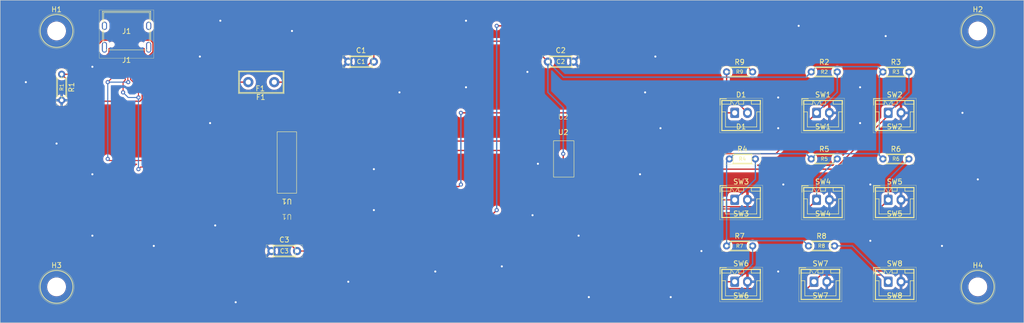
<source format=kicad_pcb>
(kicad_pcb (version 20221018) (generator pcbnew)
  (layers (0 "F.Cu" signal) (31 "B.Cu" signal) (34 "B.Paste" user) (35 "F.Paste" user) (36 "B.SilkS" user "B.Silkscreen") (37 "F.SilkS" user "F.Silkscreen") (38 "B.Mask" user) (39 "F.Mask" user) (44 "Edge.Cuts" user))
  (net 0 "")
  (net 1 "GNDREF")
  (net 2 "Net-(U1-VCC)")
  (net 3 "Net-(U1-V33)")
  (net 4 "Net-(D1-K)")
  (net 5 "Net-(D1-A)")
  (net 6 "Net-(J1-VBUS-PadA4)")
  (net 7 "Net-(J1-CC1)")
  (net 8 "D+")
  (net 9 "D-")
  (net 12 "Net-(U2-PC7)")
  (net 13 "Net-(U2-PC6)")
  (net 14 "Net-(U2-PC5)")
  (net 15 "Net-(U2-PC4)")
  (net 16 "Net-(U2-PC3)")
  (net 17 "Net-(U2-PC2)")
  (net 18 "Net-(U2-PC1)")
  (net 23 "Net-(U1-TXD)")
  (net 24 "Net-(U1-RXD)")
  (footprint "Connector_JST:JST_XH_B2B-XH-A_1x02_P2.50mm_Vertical" (layer "F.Cu") (at 197.5 125)
    (fp_text reference "SW6" (at 1.25 -3.55) (layer "F.SilkS"))
    (fp_text value "ESC_KEY")
    (fp_text user "${REFERENCE}" (at 1.25 2.7) (layer "F.SilkS"))
    (pad "1" thru_hole roundrect (at 0 0) (size 1.7 2) (drill 1) (layers "*.Cu" "*.Mask") (roundrect_rratio 0.1470588235) (net 17 "Net-(U2-PC2)"))
    (pad "2" thru_hole oval (at 2.5 0) (size 1.7 2) (drill 1) (layers "*.Cu" "*.Mask") (net 1 "GNDREF"))
  )
  (footprint "Connector_JST:JST_XH_B2B-XH-A_1x02_P2.50mm_Vertical" (layer "F.Cu") (at 213.5 109)
    (fp_text reference "SW4" (at 1.25 -3.55) (layer "F.SilkS"))
    (fp_text value "RIGHT_ARROW")
    (fp_text user "${REFERENCE}" (at 1.25 2.7) (layer "F.SilkS"))
    (pad "1" thru_hole roundrect (at 0 0) (size 1.7 2) (drill 1) (layers "*.Cu" "*.Mask") (roundrect_rratio 0.1470588235) (net 15 "Net-(U2-PC4)"))
    (pad "2" thru_hole oval (at 2.5 0) (size 1.7 2) (drill 1) (layers "*.Cu" "*.Mask") (net 1 "GNDREF"))
  )
  (footprint "Resistor_THT:R_Axial_DIN0204_L3.6mm_D1.6mm_P5.08mm_Horizontal" (layer "F.Cu") (at 226.46 101)
    (fp_text reference "R6" (at 2.54 -1.92) (layer "F.SilkS"))
    (fp_text value "10k")
    (fp_text user "${REFERENCE}" (at 2.54 0) (layer "F.SilkS") (effects (font (size 0.72 0.72) (thickness 0.108))))
    (pad "1" thru_hole circle (at 0 0) (size 1.4 1.4) (drill 0.7) (layers "*.Cu" "*.Mask") (net 2 "Net-(U1-VCC)"))
    (pad "2" thru_hole oval (at 5.08 0) (size 1.4 1.4) (drill 0.7) (layers "*.Cu" "*.Mask") (net 16 "Net-(U2-PC3)"))
  )
  (footprint "ch9329:ch9329" (layer "F.Cu") (at 110 102 180)
    (fp_text reference "U1" (at 0 -10.3 180 unlocked) (layer "F.SilkS") (effects (font (thickness 0.1))))
    (fp_text value "~")
    (fp_text user "${REFERENCE}" (at 0 -7.3 180 unlocked) (layer "F.SilkS"))
    (pad "1" smd rect (at -3.2 -4.4 180) (size 2.55 0.6) (layers "F.Cu" "F.Paste" "F.Mask") (net 4 "Net-(D1-K)"))
    (pad "2" smd rect (at -3.2 -3.13 180) (size 2.55 0.6) (layers "F.Cu" "F.Paste" "F.Mask") (net 1 "GNDREF"))
    (pad "3" smd rect (at -3.2 -1.86 180) (size 2.55 0.6) (layers "F.Cu" "F.Paste" "F.Mask"))
    (pad "4" smd rect (at -3.2 -0.59 180) (size 2.55 0.6) (layers "F.Cu" "F.Paste" "F.Mask"))
    (pad "5" smd rect (at -3.2 0.68 180) (size 2.55 0.6) (layers "F.Cu" "F.Paste" "F.Mask"))
    (pad "6" smd rect (at -3.2 1.95 180) (size 2.55 0.6) (layers "F.Cu" "F.Paste" "F.Mask"))
    (pad "7" smd rect (at -3.2 3.22 180) (size 2.55 0.6) (layers "F.Cu" "F.Paste" "F.Mask") (net 23 "Net-(U1-TXD)"))
    (pad "8" smd rect (at -3.2 4.49 180) (size 2.55 0.6) (layers "F.Cu" "F.Paste" "F.Mask") (net 24 "Net-(U1-RXD)"))
    (pad "9" smd rect (at 3.2 4.49 180) (size 2.55 0.6) (layers "F.Cu" "F.Paste" "F.Mask"))
    (pad "10" smd rect (at 3.2 3.22 180) (size 2.55 0.6) (layers "F.Cu" "F.Paste" "F.Mask"))
    (pad "11" smd rect (at 3.2 1.95 180) (size 2.55 0.6) (layers "F.Cu" "F.Paste" "F.Mask"))
    (pad "12" smd rect (at 3.2 0.68 180) (size 2.55 0.6) (layers "F.Cu" "F.Paste" "F.Mask") (net 8 "D+"))
    (pad "13" smd rect (at 3.2 -0.59 180) (size 2.55 0.6) (layers "F.Cu" "F.Paste" "F.Mask") (net 9 "D-"))
    (pad "14" smd rect (at 3.2 -1.86 180) (size 2.55 0.6) (layers "F.Cu" "F.Paste" "F.Mask") (net 1 "GNDREF"))
    (pad "15" smd rect (at 3.2 -3.13 180) (size 2.55 0.6) (layers "F.Cu" "F.Paste" "F.Mask") (net 2 "Net-(U1-VCC)"))
    (pad "16" smd rect (at 3.2 -4.4 180) (size 2.55 0.6) (layers "F.Cu" "F.Paste" "F.Mask") (net 3 "Net-(U1-V33)"))
  )
  (footprint "Resistor_THT:R_Axial_DIN0204_L3.6mm_D1.6mm_P5.08mm_Horizontal" (layer "F.Cu") (at 195.92 118)
    (fp_text reference "R7" (at 2.54 -1.92) (layer "F.SilkS"))
    (fp_text value "10k")
    (fp_text user "${REFERENCE}" (at 2.54 0) (layer "F.SilkS") (effects (font (size 0.72 0.72) (thickness 0.108))))
    (pad "1" thru_hole circle (at 0 0) (size 1.4 1.4) (drill 0.7) (layers "*.Cu" "*.Mask") (net 2 "Net-(U1-VCC)"))
    (pad "2" thru_hole oval (at 5.08 0) (size 1.4 1.4) (drill 0.7) (layers "*.Cu" "*.Mask") (net 17 "Net-(U2-PC2)"))
  )
  (footprint "MountingHole:MountingHole_3.2mm_M3" (layer "F.Cu") (at 65 126)
    (fp_text reference "H3" (at 0 -4.2) (layer "F.SilkS"))
    (fp_text value "MountingHole")
    (fp_text user "${REFERENCE}" (at 0 0) (layer "F.SilkS"))
    (pad "" np_thru_hole circle (at 0 0) (size 3.2 3.2) (drill 3.2) (layers "*.Cu" "*.Mask"))
  )
  (footprint "Connector_JST:JST_XH_B2B-XH-A_1x02_P2.50mm_Vertical" (layer "F.Cu") (at 227.5 109)
    (fp_text reference "SW5" (at 1.25 -3.55) (layer "F.SilkS"))
    (fp_text value "ENTER_KEY")
    (fp_text user "${REFERENCE}" (at 1.25 2.7) (layer "F.SilkS"))
    (pad "1" thru_hole roundrect (at 0 0) (size 1.7 2) (drill 1) (layers "*.Cu" "*.Mask") (roundrect_rratio 0.1470588235) (net 16 "Net-(U2-PC3)"))
    (pad "2" thru_hole oval (at 2.5 0) (size 1.7 2) (drill 1) (layers "*.Cu" "*.Mask") (net 1 "GNDREF"))
  )
  (footprint "Connector_JST:JST_XH_B2B-XH-A_1x02_P2.50mm_Vertical" (layer "F.Cu") (at 227.5 125)
    (fp_text reference "SW8" (at 1.25 -3.55) (layer "F.SilkS"))
    (fp_text value "SPACE2")
    (fp_text user "${REFERENCE}" (at 1.25 2.7) (layer "F.SilkS"))
    (pad "1" thru_hole roundrect (at 0 0) (size 1.7 2) (drill 1) (layers "*.Cu" "*.Mask") (roundrect_rratio 0.1470588235) (net 18 "Net-(U2-PC1)"))
    (pad "2" thru_hole oval (at 2.5 0) (size 1.7 2) (drill 1) (layers "*.Cu" "*.Mask") (net 1 "GNDREF"))
  )
  (footprint "MountingHole:MountingHole_3.2mm_M3" (layer "F.Cu") (at 65 76)
    (fp_text reference "H1" (at 0 -4.2) (layer "F.SilkS"))
    (fp_text value "MountingHole")
    (fp_text user "${REFERENCE}" (at 0 0) (layer "F.SilkS"))
    (pad "" np_thru_hole circle (at 0 0) (size 3.2 3.2) (drill 3.2) (layers "*.Cu" "*.Mask"))
  )
  (footprint "Connector_JST:JST_XH_B2B-XH-A_1x02_P2.50mm_Vertical" (layer "F.Cu") (at 197.5 109)
    (fp_text reference "SW3" (at 1.25 -3.55) (layer "F.SilkS"))
    (fp_text value "UP_ARROW")
    (fp_text user "${REFERENCE}" (at 1.25 2.7) (layer "F.SilkS"))
    (pad "1" thru_hole roundrect (at 0 0) (size 1.7 2) (drill 1) (layers "*.Cu" "*.Mask") (roundrect_rratio 0.1470588235) (net 14 "Net-(U2-PC5)"))
    (pad "2" thru_hole oval (at 2.5 0) (size 1.7 2) (drill 1) (layers "*.Cu" "*.Mask") (net 1 "GNDREF"))
  )
  (footprint "Resistor_THT:R_Axial_DIN0204_L3.6mm_D1.6mm_P5.08mm_Horizontal" (layer "F.Cu") (at 226.46 84)
    (fp_text reference "R3" (at 2.54 -1.92) (layer "F.SilkS"))
    (fp_text value "10k")
    (fp_text user "${REFERENCE}" (at 2.54 0) (layer "F.SilkS") (effects (font (size 0.72 0.72) (thickness 0.108))))
    (pad "1" thru_hole circle (at 0 0) (size 1.4 1.4) (drill 0.7) (layers "*.Cu" "*.Mask") (net 2 "Net-(U1-VCC)"))
    (pad "2" thru_hole oval (at 5.08 0) (size 1.4 1.4) (drill 0.7) (layers "*.Cu" "*.Mask") (net 13 "Net-(U2-PC6)"))
  )
  (footprint "Resistor_THT:R_Axial_DIN0204_L3.6mm_D1.6mm_P5.08mm_Horizontal" (layer "F.Cu") (at 211.92 118)
    (fp_text reference "R8" (at 2.54 -1.92) (layer "F.SilkS"))
    (fp_text value "10k")
    (fp_text user "${REFERENCE}" (at 2.54 0) (layer "F.SilkS") (effects (font (size 0.72 0.72) (thickness 0.108))))
    (pad "1" thru_hole circle (at 0 0) (size 1.4 1.4) (drill 0.7) (layers "*.Cu" "*.Mask") (net 2 "Net-(U1-VCC)"))
    (pad "2" thru_hole oval (at 5.08 0) (size 1.4 1.4) (drill 0.7) (layers "*.Cu" "*.Mask") (net 18 "Net-(U2-PC1)"))
  )
  (footprint "Resistor_THT:R_Axial_DIN0204_L3.6mm_D1.6mm_P5.08mm_Horizontal" (layer "F.Cu") (at 195.92 84)
    (fp_text reference "R9" (at 2.54 -1.92) (layer "F.SilkS"))
    (fp_text value "3k3")
    (fp_text user "${REFERENCE}" (at 2.54 0) (layer "F.SilkS") (effects (font (size 0.72 0.72) (thickness 0.108))))
    (pad "1" thru_hole circle (at 0 0) (size 1.4 1.4) (drill 0.7) (layers "*.Cu" "*.Mask") (net 5 "Net-(D1-A)"))
    (pad "2" thru_hole oval (at 5.08 0) (size 1.4 1.4) (drill 0.7) (layers "*.Cu" "*.Mask") (net 3 "Net-(U1-V33)"))
  )
  (footprint "ch32v003f4p6:ch32v003f4p6" (layer "F.Cu") (at 164 101)
    (fp_text reference "U2" (at 0 -8.2 unlocked) (layer "F.SilkS") (effects (font (thickness 0.1))))
    (fp_text value "~")
    (fp_text user "${REFERENCE}" (at 0 -5.2 unlocked) (layer "F.SilkS"))
    (pad "1" smd rect (at -2.7 -2.95) (size 1.45 0.4) (layers "F.Cu" "F.Paste" "F.Mask"))
    (pad "2" smd rect (at -2.7 -2.3) (size 1.45 0.4) (layers "F.Cu" "F.Paste" "F.Mask") (net 24 "Net-(U1-RXD)"))
    (pad "3" smd rect (at -2.7 -1.65) (size 1.45 0.4) (layers "F.Cu" "F.Paste" "F.Mask") (net 23 "Net-(U1-TXD)"))
    (pad "4" smd rect (at -2.7 -1) (size 1.45 0.4) (layers "F.Cu" "F.Paste" "F.Mask"))
    (pad "5" smd rect (at -2.7 -0.35) (size 1.45 0.4) (layers "F.Cu" "F.Paste" "F.Mask"))
    (pad "6" smd rect (at -2.7 0.3) (size 1.45 0.4) (layers "F.Cu" "F.Paste" "F.Mask"))
    (pad "7" smd rect (at -2.7 0.95) (size 1.45 0.4) (layers "F.Cu" "F.Paste" "F.Mask") (net 1 "GNDREF"))
    (pad "8" smd rect (at -2.7 1.6) (size 1.45 0.4) (layers "F.Cu" "F.Paste" "F.Mask"))
    (pad "9" smd rect (at -2.7 2.25) (size 1.45 0.4) (layers "F.Cu" "F.Paste" "F.Mask") (net 2 "Net-(U1-VCC)"))
    (pad "10" smd rect (at -2.7 2.9) (size 1.45 0.4) (layers "F.Cu" "F.Paste" "F.Mask"))
    (pad "11" smd rect (at 2.9 2.9) (size 1.45 0.4) (layers "F.Cu" "F.Paste" "F.Mask") (net 18 "Net-(U2-PC1)"))
    (pad "12" smd rect (at 2.9 2.25) (size 1.45 0.4) (layers "F.Cu" "F.Paste" "F.Mask") (net 17 "Net-(U2-PC2)"))
    (pad "13" smd rect (at 2.9 1.6) (size 1.45 0.4) (layers "F.Cu" "F.Paste" "F.Mask") (net 16 "Net-(U2-PC3)"))
    (pad "14" smd rect (at 2.9 0.95) (size 1.45 0.4) (layers "F.Cu" "F.Paste" "F.Mask") (net 15 "Net-(U2-PC4)"))
    (pad "15" smd rect (at 2.9 0.3) (size 1.45 0.4) (layers "F.Cu" "F.Paste" "F.Mask") (net 14 "Net-(U2-PC5)"))
    (pad "16" smd rect (at 2.9 -0.35) (size 1.45 0.4) (layers "F.Cu" "F.Paste" "F.Mask") (net 13 "Net-(U2-PC6)"))
    (pad "17" smd rect (at 2.9 -1) (size 1.45 0.4) (layers "F.Cu" "F.Paste" "F.Mask") (net 12 "Net-(U2-PC7)"))
    (pad "18" smd rect (at 2.9 -1.65) (size 1.45 0.4) (layers "F.Cu" "F.Paste" "F.Mask"))
    (pad "19" smd rect (at 2.9 -2.3) (size 1.45 0.4) (layers "F.Cu" "F.Paste" "F.Mask"))
    (pad "20" smd rect (at 2.9 -2.95) (size 1.45 0.4) (layers "F.Cu" "F.Paste" "F.Mask"))
  )
  (footprint "Connector_JST:JST_XH_B2B-XH-A_1x02_P2.50mm_Vertical" (layer "F.Cu") (at 213 125)
    (fp_text reference "SW7" (at 1.25 -3.55) (layer "F.SilkS"))
    (fp_text value "SPACE1")
    (fp_text user "${REFERENCE}" (at 1.25 2.7) (layer "F.SilkS"))
    (pad "1" thru_hole roundrect (at 0 0) (size 1.7 2) (drill 1) (layers "*.Cu" "*.Mask") (roundrect_rratio 0.1470588235) (net 18 "Net-(U2-PC1)"))
    (pad "2" thru_hole oval (at 2.5 0) (size 1.7 2) (drill 1) (layers "*.Cu" "*.Mask") (net 1 "GNDREF"))
  )
  (footprint "Capacitor_THT:C_Disc_D4.3mm_W1.9mm_P5.00mm" (layer "F.Cu") (at 107 119)
    (fp_text reference "C3" (at 2.5 -2.2) (layer "F.SilkS"))
    (fp_text value "0.1μF")
    (fp_text user "${REFERENCE}" (at 2.5 0) (layer "F.SilkS") (effects (font (size 0.86 0.86) (thickness 0.129))))
    (pad "1" thru_hole circle (at 0 0) (size 1.6 1.6) (drill 0.8) (layers "*.Cu" "*.Mask") (net 1 "GNDREF"))
    (pad "2" thru_hole circle (at 5 0) (size 1.6 1.6) (drill 0.8) (layers "*.Cu" "*.Mask") (net 3 "Net-(U1-V33)"))
  )
  (footprint "Resistor_THT:R_Axial_DIN0204_L3.6mm_D1.6mm_P5.08mm_Horizontal" (layer "F.Cu") (at 66 84.46 -90)
    (fp_text reference "R1" (at 2.54 -1.92 90) (layer "F.SilkS"))
    (fp_text value "5k1")
    (fp_text user "${REFERENCE}" (at 2.54 0 90) (layer "F.SilkS") (effects (font (size 0.72 0.72) (thickness 0.108))))
    (pad "1" thru_hole circle (at 0 0 270) (size 1.4 1.4) (drill 0.7) (layers "*.Cu" "*.Mask") (net 7 "Net-(J1-CC1)"))
    (pad "2" thru_hole oval (at 5.08 0 270) (size 1.4 1.4) (drill 0.7) (layers "*.Cu" "*.Mask") (net 1 "GNDREF"))
  )
  (footprint "Capacitor_THT:C_Disc_D4.3mm_W1.9mm_P5.00mm" (layer "F.Cu") (at 122 82)
    (fp_text reference "C1" (at 2.5 -2.2) (layer "F.SilkS"))
    (fp_text value "0.1μF")
    (fp_text user "${REFERENCE}" (at 2.5 0) (layer "F.SilkS") (effects (font (size 0.86 0.86) (thickness 0.129))))
    (pad "1" thru_hole circle (at 0 0) (size 1.6 1.6) (drill 0.8) (layers "*.Cu" "*.Mask") (net 1 "GNDREF"))
    (pad "2" thru_hole circle (at 5 0) (size 1.6 1.6) (drill 0.8) (layers "*.Cu" "*.Mask") (net 2 "Net-(U1-VCC)"))
  )
  (footprint "Resistor_THT:R_Axial_DIN0204_L3.6mm_D1.6mm_P5.08mm_Horizontal" (layer "F.Cu") (at 212.46 84)
    (fp_text reference "R2" (at 2.54 -1.92) (layer "F.SilkS"))
    (fp_text value "10k")
    (fp_text user "${REFERENCE}" (at 2.54 0) (layer "F.SilkS") (effects (font (size 0.72 0.72) (thickness 0.108))))
    (pad "1" thru_hole circle (at 0 0) (size 1.4 1.4) (drill 0.7) (layers "*.Cu" "*.Mask") (net 2 "Net-(U1-VCC)"))
    (pad "2" thru_hole oval (at 5.08 0) (size 1.4 1.4) (drill 0.7) (layers "*.Cu" "*.Mask") (net 12 "Net-(U2-PC7)"))
  )
  (footprint "Resistor_THT:R_Axial_DIN0204_L3.6mm_D1.6mm_P5.08mm_Horizontal" (layer "F.Cu") (at 196.46 101)
    (fp_text reference "R4" (at 2.54 -1.92) (layer "F.SilkS"))
    (fp_text value "10k")
    (fp_text user "${REFERENCE}" (at 2.54 0) (layer "F.SilkS") (effects (font (size 0.72 0.72) (thickness 0.108))))
    (pad "1" thru_hole circle (at 0 0) (size 1.4 1.4) (drill 0.7) (layers "*.Cu" "*.Mask") (net 2 "Net-(U1-VCC)"))
    (pad "2" thru_hole oval (at 5.08 0) (size 1.4 1.4) (drill 0.7) (layers "*.Cu" "*.Mask") (net 14 "Net-(U2-PC5)"))
  )
  (footprint "Fuse:Fuse_Littelfuse_395Series" (layer "F.Cu") (at 107.54 86 180)
    (fp_text reference "F1" (at 2.65 -2.95) (layer "F.SilkS"))
    (fp_text value "500mA")
    (fp_text user "${REFERENCE}" (at 2.75 -1.25) (layer "F.SilkS"))
    (pad "1" thru_hole circle (at 0 0 180) (size 2 2) (drill 1) (layers "*.Cu" "*.Mask") (net 2 "Net-(U1-VCC)"))
    (pad "2" thru_hole circle (at 5.08 0.01 180) (size 2 2) (drill 1) (layers "*.Cu" "*.Mask") (net 6 "Net-(J1-VBUS-PadA4)"))
  )
  (footprint "Connector_JST:JST_XH_B2B-XH-A_1x02_P2.50mm_Vertical" (layer "F.Cu") (at 197.5 92)
    (fp_text reference "D1" (at 1.25 -3.55) (layer "F.SilkS"))
    (fp_text value "LED")
    (fp_text user "${REFERENCE}" (at 1.25 2.7) (layer "F.SilkS"))
    (pad "1" thru_hole roundrect (at 0 0) (size 1.7 2) (drill 1) (layers "*.Cu" "*.Mask") (roundrect_rratio 0.1470588235) (net 4 "Net-(D1-K)"))
    (pad "2" thru_hole oval (at 2.5 0) (size 1.7 2) (drill 1) (layers "*.Cu" "*.Mask") (net 5 "Net-(D1-A)"))
  )
  (footprint "Resistor_THT:R_Axial_DIN0204_L3.6mm_D1.6mm_P5.08mm_Horizontal" (layer "F.Cu") (at 212.46 101)
    (fp_text reference "R5" (at 2.54 -1.92) (layer "F.SilkS"))
    (fp_text value "10k")
    (fp_text user "${REFERENCE}" (at 2.54 0) (layer "F.SilkS") (effects (font (size 0.72 0.72) (thickness 0.108))))
    (pad "1" thru_hole circle (at 0 0) (size 1.4 1.4) (drill 0.7) (layers "*.Cu" "*.Mask") (net 2 "Net-(U1-VCC)"))
    (pad "2" thru_hole oval (at 5.08 0) (size 1.4 1.4) (drill 0.7) (layers "*.Cu" "*.Mask") (net 15 "Net-(U2-PC4)"))
  )
  (footprint "MountingHole:MountingHole_3.2mm_M3" (layer "F.Cu") (at 245 76)
    (fp_text reference "H2" (at 0 -4.2) (layer "F.SilkS"))
    (fp_text value "MountingHole")
    (fp_text user "${REFERENCE}" (at 0 0) (layer "F.SilkS"))
    (pad "" np_thru_hole circle (at 0 0) (size 3.2 3.2) (drill 3.2) (layers "*.Cu" "*.Mask"))
  )
  (footprint "Connector_USB:USB_C_Receptacle_HRO_TYPE-C-31-M-12" (layer "F.Cu") (at 78.68 76.05 180)
    (fp_text reference "J1" (at 0 -5.645) (layer "F.SilkS"))
    (fp_text value "USB_C_Receptacle_USB2.0")
    (fp_text user "${REFERENCE}" (at 0 0) (layer "F.SilkS"))
    (pad "" np_thru_hole circle (at -2.89 -2.6 180) (size 0.65 0.65) (drill 0.65) (layers "*.Cu" "*.Mask"))
    (pad "" np_thru_hole circle (at 2.89 -2.6 180) (size 0.65 0.65) (drill 0.65) (layers "*.Cu" "*.Mask"))
    (pad "A1" smd rect (at -3.25 -4.045 180) (size 0.6 1.45) (layers "F.Cu" "F.Paste" "F.Mask") (net 1 "GNDREF"))
    (pad "A4" smd rect (at -2.45 -4.045 180) (size 0.6 1.45) (layers "F.Cu" "F.Paste" "F.Mask") (net 6 "Net-(J1-VBUS-PadA4)"))
    (pad "A5" smd rect (at -1.25 -4.045 180) (size 0.3 1.45) (layers "F.Cu" "F.Paste" "F.Mask") (net 7 "Net-(J1-CC1)"))
    (pad "A6" smd rect (at -0.25 -4.045 180) (size 0.3 1.45) (layers "F.Cu" "F.Paste" "F.Mask") (net 8 "D+"))
    (pad "A7" smd rect (at 0.25 -4.045 180) (size 0.3 1.45) (layers "F.Cu" "F.Paste" "F.Mask") (net 9 "D-"))
    (pad "A8" smd rect (at 1.25 -4.045 180) (size 0.3 1.45) (layers "F.Cu" "F.Paste" "F.Mask"))
    (pad "A9" smd rect (at 2.45 -4.045 180) (size 0.6 1.45) (layers "F.Cu" "F.Paste" "F.Mask") (net 6 "Net-(J1-VBUS-PadA4)"))
    (pad "A12" smd rect (at 3.25 -4.045 180) (size 0.6 1.45) (layers "F.Cu" "F.Paste" "F.Mask") (net 1 "GNDREF"))
    (pad "B1" smd rect (at 3.25 -4.045 180) (size 0.6 1.45) (layers "F.Cu" "F.Paste" "F.Mask") (net 1 "GNDREF"))
    (pad "B4" smd rect (at 2.45 -4.045 180) (size 0.6 1.45) (layers "F.Cu" "F.Paste" "F.Mask") (net 6 "Net-(J1-VBUS-PadA4)"))
    (pad "B5" smd rect (at 1.75 -4.045 180) (size 0.3 1.45) (layers "F.Cu" "F.Paste" "F.Mask") (net 7 "Net-(J1-CC1)"))
    (pad "B6" smd rect (at 0.75 -4.045 180) (size 0.3 1.45) (layers "F.Cu" "F.Paste" "F.Mask") (net 8 "D+"))
    (pad "B7" smd rect (at -0.75 -4.045 180) (size 0.3 1.45) (layers "F.Cu" "F.Paste" "F.Mask") (net 9 "D-"))
    (pad "B8" smd rect (at -1.75 -4.045 180) (size 0.3 1.45) (layers "F.Cu" "F.Paste" "F.Mask"))
    (pad "B9" smd rect (at -2.45 -4.045 180) (size 0.6 1.45) (layers "F.Cu" "F.Paste" "F.Mask") (net 6 "Net-(J1-VBUS-PadA4)"))
    (pad "B12" smd rect (at -3.25 -4.045 180) (size 0.6 1.45) (layers "F.Cu" "F.Paste" "F.Mask") (net 1 "GNDREF"))
    (pad "S1" thru_hole oval (at -4.32 -3.13 180) (size 1 2.1) (drill oval 0.6 1.7) (layers "*.Cu" "*.Mask"))
    (pad "S1" thru_hole oval (at -4.32 1.05 180) (size 1 1.6) (drill oval 0.6 1.2) (layers "*.Cu" "*.Mask"))
    (pad "S1" thru_hole oval (at 4.32 -3.13 180) (size 1 2.1) (drill oval 0.6 1.7) (layers "*.Cu" "*.Mask"))
    (pad "S1" thru_hole oval (at 4.32 1.05 180) (size 1 1.6) (drill oval 0.6 1.2) (layers "*.Cu" "*.Mask"))
  )
  (footprint "Capacitor_THT:C_Disc_D4.3mm_W1.9mm_P5.00mm" (layer "F.Cu") (at 161 82)
    (fp_text reference "C2" (at 2.5 -2.2) (layer "F.SilkS"))
    (fp_text value "0.1μF")
    (fp_text user "${REFERENCE}" (at 2.5 0) (layer "F.SilkS") (effects (font (size 0.86 0.86) (thickness 0.129))))
    (pad "1" thru_hole circle (at 0 0) (size 1.6 1.6) (drill 0.8) (layers "*.Cu" "*.Mask") (net 2 "Net-(U1-VCC)"))
    (pad "2" thru_hole circle (at 5 0) (size 1.6 1.6) (drill 0.8) (layers "*.Cu" "*.Mask") (net 1 "GNDREF"))
  )
  (footprint "Connector_JST:JST_XH_B2B-XH-A_1x02_P2.50mm_Vertical" (layer "F.Cu") (at 213.5 92)
    (fp_text reference "SW1" (at 1.25 -3.55) (layer "F.SilkS"))
    (fp_text value "LEFT_ARROW")
    (fp_text user "${REFERENCE}" (at 1.25 2.7) (layer "F.SilkS"))
    (pad "1" thru_hole roundrect (at 0 0) (size 1.7 2) (drill 1) (layers "*.Cu" "*.Mask") (roundrect_rratio 0.1470588235) (net 12 "Net-(U2-PC7)"))
    (pad "2" thru_hole oval (at 2.5 0) (size 1.7 2) (drill 1) (layers "*.Cu" "*.Mask") (net 1 "GNDREF"))
  )
  (footprint "Connector_JST:JST_XH_B2B-XH-A_1x02_P2.50mm_Vertical" (layer "F.Cu") (at 227.5 92)
    (fp_text reference "SW2" (at 1.25 -3.55) (layer "F.SilkS"))
    (fp_text value "DOWN_ARROW")
    (fp_text user "${REFERENCE}" (at 1.25 2.7) (layer "F.SilkS"))
    (pad "1" thru_hole roundrect (at 0 0) (size 1.7 2) (drill 1) (layers "*.Cu" "*.Mask") (roundrect_rratio 0.1470588235) (net 13 "Net-(U2-PC6)"))
    (pad "2" thru_hole oval (at 2.5 0) (size 1.7 2) (drill 1) (layers "*.Cu" "*.Mask") (net 1 "GNDREF"))
  )
  (footprint "MountingHole:MountingHole_3.2mm_M3" (layer "F.Cu") (at 245 126)
    (fp_text reference "H4" (at 0 -4.2) (layer "F.SilkS"))
    (fp_text value "MountingHole")
    (fp_text user "${REFERENCE}" (at 0 0) (layer "F.SilkS"))
    (pad "" np_thru_hole circle (at 0 0) (size 3.2 3.2) (drill 3.2) (layers "*.Cu" "*.Mask"))
  )
  (gr_rect (start 54 70) (end 254 133) (stroke (width 0.1)) (fill none) (layer "Edge.Cuts"))
  (segment (start 159 102) (end 159.05 101.95) (width 0.25) (layer "F.Cu") (net 1))
  (segment (start 72 83) (end 72 79.823274) (width 0.25) (layer "F.Cu") (net 1))
  (segment (start 72.525 83) (end 72 83) (width 0.25) (layer "F.Cu") (net 1))
  (segment (start 96 113.685) (end 96 114) (width 0.25) (layer "F.Cu") (net 1))
  (segment (start 105.825 103.86) (end 96 113.685) (width 0.25) (layer "F.Cu") (net 1))
  (segment (start 83.825 80.071726) (end 82.896726 81) (width 0.25) (layer "F.Cu") (net 1))
  (segment (start 74.018274 77.805) (end 83.341726 77.805) (width 0.25) (layer "F.Cu") (net 1))
  (segment (start 113.2 105.13) (end 124.87 105.13) (width 0.25) (layer "F.Cu") (net 1))
  (segment (start 83.825 78.288274) (end 83.825 80.071726) (width 0.25) (layer "F.Cu") (net 1))
  (segment (start 82.896726 81) (end 82.835 81) (width 0.25) (layer "F.Cu") (net 1))
  (segment (start 72 79.823274) (end 74.018274 77.805) (width 0.25) (layer "F.Cu") (net 1))
  (segment (start 75.43 80.095) (end 72.525 83) (width 0.25) (layer "F.Cu") (net 1))
  (segment (start 83.341726 77.805) (end 83.825 78.288274) (width 0.25) (layer "F.Cu") (net 1))
  (segment (start 106.8 103.86) (end 105.825 103.86) (width 0.25) (layer "F.Cu") (net 1))
  (segment (start 124.87 105.13) (end 127 103) (width 0.25) (layer "F.Cu") (net 1))
  (segment (start 82.835 81) (end 81.93 80.095) (width 0.25) (layer "F.Cu") (net 1))
  (segment (start 161.3 101.95) (end 159.05 101.95) (width 0.25) (layer "F.Cu") (net 1))
  (via (at 139 123) (size 0.8) (drill 0.4) (layers "F.Cu" "B.Cu") (net 1))
  (via (at 227 77) (size 0.8) (drill 0.4) (layers "F.Cu" "B.Cu") (net 1))
  (via (at 167 116) (size 0.8) (drill 0.4) (layers "F.Cu" "B.Cu") (net 1))
  (via (at 158 112) (size 0.8) (drill 0.4) (layers "F.Cu" "B.Cu") (net 1))
  (via (at 206 95) (size 0.8) (drill 0.4) (layers "F.Cu" "B.Cu") (net 1))
  (via (at 111 76) (size 0.8) (drill 0.4) (layers "F.Cu" "B.Cu") (net 1))
  (via (at 224 106) (size 0.8) (drill 0.4) (layers "F.Cu" "B.Cu") (net 1))
  (via (at 72 83) (size 0.8) (drill 0.4) (layers "F.Cu" "B.Cu") (net 1))
  (via (at 95 94) (size 0.8) (drill 0.4) (layers "F.Cu" "B.Cu") (net 1))
  (via (at 127 111) (size 0.8) (drill 0.4) (layers "F.Cu" "B.Cu") (net 1))
  (via (at 210 75) (size 0.8) (drill 0.4) (layers "F.Cu" "B.Cu") (net 1))
  (via (at 206 89) (size 0.8) (drill 0.4) (layers "F.Cu" "B.Cu") (net 1))
  (via (at 93 81) (size 0.8) (drill 0.4) (layers "F.Cu" "B.Cu") (net 1))
  (via (at 183 95) (size 0.8) (drill 0.4) (layers "F.Cu" "B.Cu") (net 1))
  (via (at 122 125) (size 0.8) (drill 0.4) (layers "F.Cu" "B.Cu") (net 1))
  (via (at 182 81) (size 0.8) (drill 0.4) (layers "F.Cu" "B.Cu") (net 1))
  (via (at 242 92) (size 0.8) (drill 0.4) (layers "F.Cu" "B.Cu") (net 1))
  (via (at 222 87) (size 0.8) (drill 0.4) (layers "F.Cu" "B.Cu") (net 1))
  (via (at 145 87) (size 0.8) (drill 0.4) (layers "F.Cu" "B.Cu") (net 1))
  (via (at 97 74) (size 0.8) (drill 0.4) (layers "F.Cu" "B.Cu") (net 1))
  (via (at 65 98) (size 0.8) (drill 0.4) (layers "F.Cu" "B.Cu") (net 1))
  (via (at 72 104) (size 0.8) (drill 0.4) (layers "F.Cu" "B.Cu") (net 1))
  (via (at 96 114) (size 0.8) (drill 0.4) (layers "F.Cu" "B.Cu") (net 1))
  (via (at 152 122) (size 0.8) (drill 0.4) (layers "F.Cu" "B.Cu") (net 1))
  (via (at 206 123) (size 0.8) (drill 0.4) (layers "F.Cu" "B.Cu") (net 1))
  (via (at 224 117) (size 0.8) (drill 0.4) (layers "F.Cu" "B.Cu") (net 1))
  (via (at 179 104) (size 0.8) (drill 0.4) (layers "F.Cu" "B.Cu") (net 1))
  (via (at 207 106) (size 0.8) (drill 0.4) (layers "F.Cu" "B.Cu") (net 1))
  (via (at 159.05 101.95) (size 0.8) (drill 0.4) (layers "F.Cu" "B.Cu") (net 1))
  (via (at 100 129) (size 0.8) (drill 0.4) (layers "F.Cu" "B.Cu") (net 1))
  (via (at 157 84) (size 0.8) (drill 0.4) (layers "F.Cu" "B.Cu") (net 1))
  (via (at 185 128) (size 0.8) (drill 0.4) (layers "F.Cu" "B.Cu") (net 1))
  (via (at 238 118) (size 0.8) (drill 0.4) (layers "F.Cu" "B.Cu") (net 1))
  (via (at 72 116) (size 0.8) (drill 0.4) (layers "F.Cu" "B.Cu") (net 1))
  (via (at 127 103) (size 0.8) (drill 0.4) (layers "F.Cu" "B.Cu") (net 1))
  (via (at 84 118) (size 0.8) (drill 0.4) (layers "F.Cu" "B.Cu") (net 1))
  (via (at 245 105) (size 0.8) (drill 0.4) (layers "F.Cu" "B.Cu") (net 1))
  (via (at 180 88) (size 0.8) (drill 0.4) (layers "F.Cu" "B.Cu") (net 1))
  (via (at 132 88) (size 0.8) (drill 0.4) (layers "F.Cu" "B.Cu") (net 1))
  (via (at 169 128) (size 0.8) (drill 0.4) (layers "F.Cu" "B.Cu") (net 1))
  (via (at 222 94) (size 0.8) (drill 0.4) (layers "F.Cu" "B.Cu") (net 1))
  (via (at 59 86) (size 0.8) (drill 0.4) (layers "F.Cu" "B.Cu") (net 1))
  (via (at 191 119) (size 0.8) (drill 0.4) (layers "F.Cu" "B.Cu") (net 1))
  (via (at 145 74) (size 0.8) (drill 0.4) (layers "F.Cu" "B.Cu") (net 1))
  (segment (start 127 82) (end 126.485 82) (width 0.25) (layer "F.Cu") (net 2))
  (segment (start 108.4 100.085) (end 108.4 104.6) (width 0.25) (layer "F.Cu") (net 2))
  (segment (start 164 100) (end 164 101.475) (width 0.25) (layer "F.Cu") (net 2))
  (segment (start 107.87 105.13) (end 106.8 105.13) (width 0.25) (layer "F.Cu") (net 2))
  (segment (start 127 82) (end 127 78) (width 0.25) (layer "F.Cu") (net 2))
  (segment (start 112 86) (end 120 78) (width 0.25) (layer "F.Cu") (net 2))
  (segment (start 108.4 104.6) (end 107.87 105.13) (width 0.25) (layer "F.Cu") (net 2))
  (segment (start 164 101.475) (end 162.225 103.25) (width 0.25) (layer "F.Cu") (net 2))
  (segment (start 126.485 82) (end 108.4 100.085) (width 0.25) (layer "F.Cu") (net 2))
  (segment (start 157 78) (end 161 82) (width 0.25) (layer "F.Cu") (net 2))
  (segment (start 127 78) (end 157 78) (width 0.25) (layer "F.Cu") (net 2))
  (segment (start 120 78) (end 127 78) (width 0.25) (layer "F.Cu") (net 2))
  (segment (start 162.225 103.25) (end 161.3 103.25) (width 0.25) (layer "F.Cu") (net 2))
  (segment (start 107.54 86) (end 112 86) (width 0.25) (layer "F.Cu") (net 2))
  (via (at 164 100) (size 0.8) (drill 0.4) (layers "F.Cu" "B.Cu") (net 2))
  (segment (start 225.435 99.975) (end 226.46 101) (width 0.25) (layer "B.Cu") (net 2))
  (segment (start 164.025 85.025) (end 161 82) (width 0.25) (layer "B.Cu") (net 2))
  (segment (start 226.46 84) (end 225.435 82.975) (width 0.25) (layer "B.Cu") (net 2))
  (segment (start 225.435 82.975) (end 213.485 82.975) (width 0.25) (layer "B.Cu") (net 2))
  (segment (start 226.46 101) (end 225.76 100.3) (width 0.25) (layer "B.Cu") (net 2))
  (segment (start 195.92 118) (end 195.92 101.54) (width 0.25) (layer "B.Cu") (net 2))
  (segment (start 211.435 85.025) (end 164.025 85.025) (width 0.25) (layer "B.Cu") (net 2))
  (segment (start 161 88) (end 164 91) (width 0.25) (layer "B.Cu") (net 2))
  (segment (start 211.435 99.975) (end 212.46 101) (width 0.25) (layer "B.Cu") (net 2))
  (segment (start 197.485 99.975) (end 211.435 99.975) (width 0.25) (layer "B.Cu") (net 2))
  (segment (start 225.76 100.3) (end 225.76 84.7) (width 0.25) (layer "B.Cu") (net 2))
  (segment (start 210.895 116.975) (end 196.945 116.975) (width 0.25) (layer "B.Cu") (net 2))
  (segment (start 196.46 101) (end 197.485 99.975) (width 0.25) (layer "B.Cu") (net 2))
  (segment (start 213.485 99.975) (end 225.435 99.975) (width 0.25) (layer "B.Cu") (net 2))
  (segment (start 213.485 82.975) (end 212.46 84) (width 0.25) (layer "B.Cu") (net 2))
  (segment (start 225.76 84.7) (end 226.46 84) (width 0.25) (layer "B.Cu") (net 2))
  (segment (start 212.46 84) (end 211.435 85.025) (width 0.25) (layer "B.Cu") (net 2))
  (segment (start 195.92 101.54) (end 196.46 101) (width 0.25) (layer "B.Cu") (net 2))
  (segment (start 196.945 116.975) (end 195.92 118) (width 0.25) (layer "B.Cu") (net 2))
  (segment (start 161 82) (end 161 88) (width 0.25) (layer "B.Cu") (net 2))
  (segment (start 164 91) (end 164 100) (width 0.25) (layer "B.Cu") (net 2))
  (segment (start 211.92 118) (end 210.895 116.975) (width 0.25) (layer "B.Cu") (net 2))
  (segment (start 212.46 101) (end 213.485 99.975) (width 0.25) (layer "B.Cu") (net 2))
  (segment (start 151 75) (end 192 75) (width 0.25) (layer "F.Cu") (net 3))
  (segment (start 192 75) (end 201 84) (width 0.25) (layer "F.Cu") (net 3))
  (segment (start 106.8 113.8) (end 112 119) (width 0.25) (layer "F.Cu") (net 3))
  (segment (start 112 119) (end 143 119) (width 0.25) (layer "F.Cu") (net 3))
  (segment (start 106.8 106.4) (end 106.8 113.8) (width 0.25) (layer "F.Cu") (net 3))
  (segment (start 143 119) (end 151 111) (width 0.25) (layer "F.Cu") (net 3))
  (via (at 151 75) (size 0.8) (drill 0.4) (layers "F.Cu" "B.Cu") (net 3))
  (via (at 151 111) (size 0.8) (drill 0.4) (layers "F.Cu" "B.Cu") (net 3))
  (segment (start 151 90.409009) (end 151 75) (width 0.25) (layer "B.Cu") (net 3))
  (segment (start 151 111) (end 151 90.409009) (width 0.25) (layer "B.Cu") (net 3))
  (segment (start 143.6 106.4) (end 113.2 106.4) (width 0.25) (layer "F.Cu") (net 4))
  (segment (start 144 106) (end 143.6 106.4) (width 0.25) (layer "F.Cu") (net 4))
  (segment (start 197.5 92) (end 144 92) (width 0.25) (layer "F.Cu") (net 4))
  (via (at 144 92) (size 0.8) (drill 0.4) (layers "F.Cu" "B.Cu") (net 4))
  (via (at 144 106) (size 0.8) (drill 0.4) (layers "F.Cu" "B.Cu") (net 4))
  (segment (start 144 92) (end 144 106) (width 0.25) (layer "B.Cu") (net 4))
  (segment (start 195.92 87.92) (end 200 92) (width 0.25) (layer "F.Cu") (net 5))
  (segment (start 195.92 84) (end 195.92 87.92) (width 0.25) (layer "F.Cu") (net 5))
  (segment (start 81.13 80.095) (end 81.13 79.199949) (width 0.25) (layer "F.Cu") (net 6))
  (segment (start 86.05 85.99) (end 102.46 85.99) (width 0.25) (layer "F.Cu") (net 6))
  (segment (start 81.13 79.199949) (end 80.930051 79) (width 0.25) (layer "F.Cu") (net 6))
  (segment (start 76.23 79.199949) (end 76.23 80.095) (width 0.25) (layer "F.Cu") (net 6))
  (segment (start 81.13 81.07) (end 86.05 85.99) (width 0.25) (layer "F.Cu") (net 6))
  (segment (start 80.930051 79) (end 76.429949 79) (width 0.25) (layer "F.Cu") (net 6))
  (segment (start 76.429949 79) (end 76.23 79.199949) (width 0.25) (layer "F.Cu") (net 6))
  (segment (start 81.13 80.095) (end 81.13 81.07) (width 0.25) (layer "F.Cu") (net 6))
  (segment (start 81.725 82.965) (end 81.725 89.300305) (width 0.25) (layer "F.Cu") (net 7))
  (segment (start 73.54 84.46) (end 66 84.46) (width 0.25) (layer "F.Cu") (net 7))
  (segment (start 81.300305 89.725) (end 71.265 89.725) (width 0.25) (layer "F.Cu") (net 7))
  (segment (start 76.93 81.07) (end 73.54 84.46) (width 0.25) (layer "F.Cu") (net 7))
  (segment (start 79.93 81.17) (end 81.725 82.965) (width 0.25) (layer "F.Cu") (net 7))
  (segment (start 71.265 89.725) (end 66 84.46) (width 0.25) (layer "F.Cu") (net 7))
  (segment (start 79.93 80.095) (end 79.93 81.17) (width 0.25) (layer "F.Cu") (net 7))
  (segment (start 76.93 80.095) (end 76.93 81.07) (width 0.25) (layer "F.Cu") (net 7))
  (segment (start 81.725 89.300305) (end 81.300305 89.725) (width 0.25) (layer "F.Cu") (net 7))
  (segment (start 75 86) (end 77.93 83.07) (width 0.2) (layer "F.Cu") (net 8))
  (segment (start 78.93 80.095) (end 78.93 85.93) (width 0.2) (layer "F.Cu") (net 8))
  (segment (start 78.93 85.93) (end 79 86) (width 0.2) (layer "F.Cu") (net 8))
  (segment (start 75 101) (end 75.32 101.32) (width 0.2) (layer "F.Cu") (net 8))
  (segment (start 77.93 83.07) (end 77.93 80.095) (width 0.2) (layer "F.Cu") (net 8))
  (segment (start 75.32 101.32) (end 106.8 101.32) (width 0.2) (layer "F.Cu") (net 8))
  (via (at 79 86) (size 0.8) (drill 0.4) (layers "F.Cu" "B.Cu") (net 8))
  (via (at 75 101) (size 0.8) (drill 0.4) (layers "F.Cu" "B.Cu") (net 8))
  (via (at 75 86) (size 0.8) (drill 0.4) (layers "F.Cu" "B.Cu") (net 8))
  (segment (start 75 86) (end 75 101) (width 0.2) (layer "B.Cu") (net 8))
  (segment (start 79 86) (end 75 86) (width 0.2) (layer "B.Cu") (net 8))
  (segment (start 78.43 80.095) (end 78.43 85.58005) (width 0.2) (layer "F.Cu") (net 9))
  (segment (start 81 87.01005) (end 81 89) (width 0.2) (layer "F.Cu") (net 9))
  (segment (start 79.43 80.095) (end 79.43 85.44005) (width 0.2) (layer "F.Cu") (net 9))
  (segment (start 78 86.01005) (end 78 88) (width 0.2) (layer "F.Cu") (net 9))
  (segment (start 79.43 85.44005) (end 81 87.01005) (width 0.2) (layer "F.Cu") (net 9))
  (segment (start 81.41 102.59) (end 106.8 102.59) (width 0.2) (layer "F.Cu") (net 9))
  (segment (start 81 103) (end 81.41 102.59) (width 0.2) (layer "F.Cu") (net 9))
  (segment (start 78.43 85.58005) (end 78 86.01005) (width 0.2) (layer "F.Cu") (net 9))
  (via (at 81 103) (size 0.8) (drill 0.4) (layers "F.Cu" "B.Cu") (net 9))
  (via (at 81 89) (size 0.8) (drill 0.4) (layers "F.Cu" "B.Cu") (net 9))
  (via (at 78 88) (size 0.8) (drill 0.4) (layers "F.Cu" "B.Cu") (net 9))
  (segment (start 81 89) (end 81 103) (width 0.2) (layer "B.Cu") (net 9))
  (segment (start 79 89) (end 81 89) (width 0.2) (layer "B.Cu") (net 9))
  (segment (start 78 88) (end 79 89) (width 0.2) (layer "B.Cu") (net 9))
  (segment (start 166.925 99.975) (end 205.525 99.975) (width 0.25) (layer "F.Cu") (net 12))
  (segment (start 166.9 100) (end 166.925 99.975) (width 0.25) (layer "F.Cu") (net 12))
  (segment (start 205.525 99.975) (end 213.5 92) (width 0.25) (layer "F.Cu") (net 12))
  (segment (start 217.54 87.96) (end 217.54 84) (width 0.25) (layer "B.Cu") (net 12))
  (segment (start 213.5 92) (end 217.54 87.96) (width 0.25) (layer "B.Cu") (net 12))
  (segment (start 170.525 103) (end 217 103) (width 0.25) (layer "F.Cu") (net 13))
  (segment (start 166.9 100.65) (end 168.175 100.65) (width 0.25) (layer "F.Cu") (net 13))
  (segment (start 168.175 100.65) (end 170.525 103) (width 0.25) (layer "F.Cu") (net 13))
  (segment (start 217 103) (end 227.5 92.5) (width 0.25) (layer "F.Cu") (net 13))
  (segment (start 227.5 92.5) (end 227.5 92) (width 0.25) (layer "F.Cu") (net 13))
  (segment (start 231.54 87.96) (end 227.5 92) (width 0.25) (layer "B.Cu") (net 13))
  (segment (start 231.54 84) (end 231.54 87.96) (width 0.25) (layer "B.Cu") (net 13))
  (segment (start 167.875 101.3) (end 175.575 109) (width 0.25) (layer "F.Cu") (net 14))
  (segment (start 166.9 101.3) (end 167.875 101.3) (width 0.25) (layer "F.Cu") (net 14))
  (segment (start 175.575 109) (end 197.5 109) (width 0.25) (layer "F.Cu") (net 14))
  (segment (start 201.54 104.96) (end 201.54 101) (width 0.25) (layer "B.Cu") (net 14))
  (segment (start 197.5 109) (end 201.54 104.96) (width 0.25) (layer "B.Cu") (net 14))
  (segment (start 212.175 110.325) (end 213.5 109) (width 0.25) (layer "F.Cu") (net 15))
  (segment (start 166.9 101.95) (end 167.875 101.95) (width 0.25) (layer "F.Cu") (net 15))
  (segment (start 176.25 110.325) (end 212.175 110.325) (width 0.25) (layer "F.Cu") (net 15))
  (segment (start 167.875 101.95) (end 176.25 110.325) (width 0.25) (layer "F.Cu") (net 15))
  (segment (start 213.5 109) (end 213.5 105.04) (width 0.25) (layer "B.Cu") (net 15))
  (segment (start 213.5 105.04) (end 217.54 101) (width 0.25) (layer "B.Cu") (net 15))
  (segment (start 166.9 102.6) (end 167.875 102.6) (width 0.25) (layer "F.Cu") (net 16))
  (segment (start 167.875 102.6) (end 176.05 110.775) (width 0.25) (layer "F.Cu") (net 16))
  (segment (start 225.725 110.775) (end 227.5 109) (width 0.25) (layer "F.Cu") (net 16))
  (segment (start 176.05 110.775) (end 225.725 110.775) (width 0.25) (layer "F.Cu") (net 16))
  (segment (start 227.5 105.04) (end 231.54 101) (width 0.25) (layer "B.Cu") (net 16))
  (segment (start 227.5 109) (end 227.5 105.04) (width 0.25) (layer "B.Cu") (net 16))
  (segment (start 189.625 125) (end 197.5 125) (width 0.25) (layer "F.Cu") (net 17))
  (segment (start 166.9 103.25) (end 167.875 103.25) (width 0.25) (layer "F.Cu") (net 17))
  (segment (start 167.875 103.25) (end 189.625 125) (width 0.25) (layer "F.Cu") (net 17))
  (segment (start 201 121.5) (end 201 118) (width 0.25) (layer "B.Cu") (net 17))
  (segment (start 197.5 125) (end 201 121.5) (width 0.25) (layer "B.Cu") (net 17))
  (segment (start 214.325 123.675) (end 226.175 123.675) (width 0.25) (layer "F.Cu") (net 18))
  (segment (start 189.325 126.325) (end 211.675 126.325) (width 0.25) (layer "F.Cu") (net 18))
  (segment (start 211.675 126.325) (end 213 125) (width 0.25) (layer "F.Cu") (net 18))
  (segment (start 226.175 123.675) (end 227.5 125) (width 0.25) (layer "F.Cu") (net 18))
  (segment (start 213 125) (end 214.325 123.675) (width 0.25) (layer "F.Cu") (net 18))
  (segment (start 166.9 103.9) (end 189.325 126.325) (width 0.25) (layer "F.Cu") (net 18))
  (segment (start 227.5 125) (end 220.5 118) (width 0.25) (layer "B.Cu") (net 18))
  (segment (start 220.5 118) (end 217 118) (width 0.25) (layer "B.Cu") (net 18))
  (segment (start 161.3 99.35) (end 113.77 99.35) (width 0.25) (layer "F.Cu") (net 23))
  (segment (start 113.77 99.35) (end 113.2 98.78) (width 0.25) (layer "F.Cu") (net 23))
  (segment (start 160.325 98.7) (end 159.135 97.51) (width 0.25) (layer "F.Cu") (net 24))
  (segment (start 159.135 97.51) (end 113.2 97.51) (width 0.25) (layer "F.Cu") (net 24))
  (segment (start 161.3 98.7) (end 160.325 98.7) (width 0.25) (layer "F.Cu") (net 24))
  (zone (net 1) (net_name "GNDREF") (layers "F&B.Cu") (priority 1) (connect_pads (clearance 0.5)) (min_thickness 0.25) (fill yes (thermal_gap 0.5) (thermal_bridge_width 0.5))
    (polygon (pts (xy 54 70) (xy 54 133) (xy 254 133) (xy 254 70)))
  )
)
</source>
